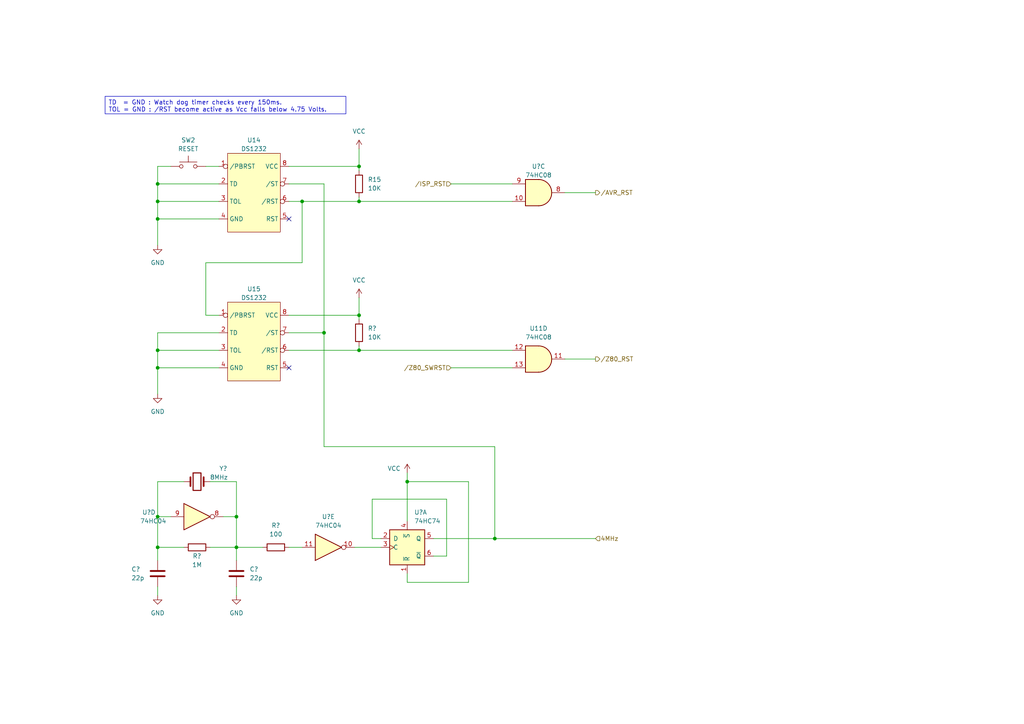
<source format=kicad_sch>
(kicad_sch (version 20230121) (generator eeschema)
  (paper "A4")
  (title_block (title "Reset & Clock") (date "2023-08-27") (company "By 46nori"))
  (lib_symbols
    (symbol "46nori_Library:DS1232"
      (property "Reference" "U" (at 0 2.54 0))
      (property "Value" "DS1232" (at 0 0 0))
      (symbol "DS1232_1_1"
        (rectangle (start -7.62 -2.54) (end 7.62 -25.4) (fill (type background)))
        (pin input inverted (at -10.16 -6.35 0) (length 2.54) (name "/PBRST") (number "1"))
        (pin input line (at -10.16 -11.43 0) (length 2.54) (name "TD") (number "2"))
        (pin input line (at -10.16 -16.51 0) (length 2.54) (name "TOL") (number "3"))
        (pin power_in line (at -10.16 -21.59 0) (length 2.54) (name "GND") (number "4"))
        (pin output line (at 10.16 -21.59 180) (length 2.54) (name "RST") (number "5"))
        (pin output inverted (at 10.16 -16.51 180) (length 2.54) (name "/RST") (number "6"))
        (pin input inverted (at 10.16 -11.43 180) (length 2.54) (name "/ST") (number "7"))
        (pin power_in line (at 10.16 -6.35 180) (length 2.54) (name "VCC") (number "8"))
      )
    )
    (symbol "74xx:74HC04"
      (property "Reference" "U" (at 0 1.27 0))
      (property "Value" "74HC04" (at 0 -1.27 0))
      (symbol "74HC04_1_0"
        (polyline (pts (xy -3.81 3.81) (xy -3.81 -3.81) (xy 3.81 0) (xy -3.81 3.81)) (stroke (width 0.254)) (fill (type background)))
        (pin input line (at -7.62 0 0) (length 3.81) (name "~") (number "1"))
        (pin output inverted (at 7.62 0 180) (length 3.81) (name "~") (number "2"))
      )
      (symbol "74HC04_2_0"
        (polyline (pts (xy -3.81 3.81) (xy -3.81 -3.81) (xy 3.81 0) (xy -3.81 3.81)) (stroke (width 0.254)) (fill (type background)))
        (pin input line (at -7.62 0 0) (length 3.81) (name "~") (number "3"))
        (pin output inverted (at 7.62 0 180) (length 3.81) (name "~") (number "4"))
      )
      (symbol "74HC04_3_0"
        (polyline (pts (xy -3.81 3.81) (xy -3.81 -3.81) (xy 3.81 0) (xy -3.81 3.81)) (stroke (width 0.254)) (fill (type background)))
        (pin input line (at -7.62 0 0) (length 3.81) (name "~") (number "5"))
        (pin output inverted (at 7.62 0 180) (length 3.81) (name "~") (number "6"))
      )
      (symbol "74HC04_4_0"
        (polyline (pts (xy -3.81 3.81) (xy -3.81 -3.81) (xy 3.81 0) (xy -3.81 3.81)) (stroke (width 0.254)) (fill (type background)))
        (pin output inverted (at 7.62 0 180) (length 3.81) (name "~") (number "8"))
        (pin input line (at -7.62 0 0) (length 3.81) (name "~") (number "9"))
      )
      (symbol "74HC04_5_0"
        (polyline (pts (xy -3.81 3.81) (xy -3.81 -3.81) (xy 3.81 0) (xy -3.81 3.81)) (stroke (width 0.254)) (fill (type background)))
        (pin output inverted (at 7.62 0 180) (length 3.81) (name "~") (number "10"))
        (pin input line (at -7.62 0 0) (length 3.81) (name "~") (number "11"))
      )
      (symbol "74HC04_6_0"
        (polyline (pts (xy -3.81 3.81) (xy -3.81 -3.81) (xy 3.81 0) (xy -3.81 3.81)) (stroke (width 0.254)) (fill (type background)))
        (pin output inverted (at 7.62 0 180) (length 3.81) (name "~") (number "12"))
        (pin input line (at -7.62 0 0) (length 3.81) (name "~") (number "13"))
      )
      (symbol "74HC04_7_0"
        (pin power_in line (at 0 12.7 270) (length 5.08) (name "VCC") (number "14"))
        (pin power_in line (at 0 -12.7 90) (length 5.08) (name "GND") (number "7"))
      )
      (symbol "74HC04_7_1"
        (rectangle (start -5.08 7.62) (end 5.08 -7.62) (stroke (width 0.254)) (fill (type background)))
      )
    )
    (symbol "74xx:74HC74" (pin_names (offset 1.016))
      (property "Reference" "U" (at -7.62 8.89 0))
      (property "Value" "74HC74" (at -7.62 -8.89 0))
      (symbol "74HC74_1_0"
        (pin input line (at 0 -7.62 90) (length 2.54) (name "~{R}") (number "1"))
        (pin input line (at -7.62 2.54 0) (length 2.54) (name "D") (number "2"))
        (pin input clock (at -7.62 0 0) (length 2.54) (name "C") (number "3"))
        (pin input line (at 0 7.62 270) (length 2.54) (name "~{S}") (number "4"))
        (pin output line (at 7.62 2.54 180) (length 2.54) (name "Q") (number "5"))
        (pin output line (at 7.62 -2.54 180) (length 2.54) (name "~{Q}") (number "6"))
      )
      (symbol "74HC74_1_1"
        (rectangle (start -5.08 5.08) (end 5.08 -5.08) (stroke (width 0.254)) (fill (type background)))
      )
      (symbol "74HC74_2_0"
        (pin input line (at 0 7.62 270) (length 2.54) (name "~{S}") (number "10"))
        (pin input clock (at -7.62 0 0) (length 2.54) (name "C") (number "11"))
        (pin input line (at -7.62 2.54 0) (length 2.54) (name "D") (number "12"))
        (pin input line (at 0 -7.62 90) (length 2.54) (name "~{R}") (number "13"))
        (pin output line (at 7.62 -2.54 180) (length 2.54) (name "~{Q}") (number "8"))
        (pin output line (at 7.62 2.54 180) (length 2.54) (name "Q") (number "9"))
      )
      (symbol "74HC74_2_1"
        (rectangle (start -5.08 5.08) (end 5.08 -5.08) (stroke (width 0.254)) (fill (type background)))
      )
      (symbol "74HC74_3_0"
        (pin power_in line (at 0 10.16 270) (length 2.54) (name "VCC") (number "14"))
        (pin power_in line (at 0 -10.16 90) (length 2.54) (name "GND") (number "7"))
      )
      (symbol "74HC74_3_1"
        (rectangle (start -5.08 7.62) (end 5.08 -7.62) (stroke (width 0.254)) (fill (type background)))
      )
    )
    (symbol "74xx:74LS08" (pin_names (offset 1.016))
      (property "Reference" "U" (at 0 1.27 0))
      (property "Value" "74LS08" (at 0 -1.27 0))
      (symbol "74LS08_1_1"
        (arc (start 0 -3.81) (mid 3.7934 0) (end 0 3.81) (stroke (width 0.254)) (fill (type background)))
        (polyline (pts (xy 0 3.81) (xy -3.81 3.81) (xy -3.81 -3.81) (xy 0 -3.81)) (stroke (width 0.254)) (fill (type background)))
        (pin input line (at -7.62 2.54 0) (length 3.81) (name "~") (number "1"))
        (pin input line (at -7.62 -2.54 0) (length 3.81) (name "~") (number "2"))
        (pin output line (at 7.62 0 180) (length 3.81) (name "~") (number "3"))
      )
      (symbol "74LS08_1_2"
        (arc (start -3.81 -3.81) (mid -2.589 0) (end -3.81 3.81) (stroke (width 0.254)))
        (arc (start -0.6096 -3.81) (mid 2.1842 -2.5851) (end 3.81 0) (stroke (width 0.254)) (fill (type background)))
        (polyline (pts (xy -3.81 -3.81) (xy -0.635 -3.81)) (stroke (width 0.254)) (fill (type background)))
        (polyline (pts (xy -3.81 3.81) (xy -0.635 3.81)) (stroke (width 0.254)) (fill (type background)))
        (polyline (pts (xy -0.635 3.81) (xy -3.81 3.81) (xy -3.81 3.81) (xy -3.556 3.4036) (xy -3.0226 2.2606) (xy -2.6924 1.0414) (xy -2.6162 -0.254) (xy -2.7686 -1.4986) (xy -3.175 -2.7178) (xy -3.81 -3.81) (xy -3.81 -3.81) (xy -0.635 -3.81)) (stroke (width -25.4)) (fill (type background)))
        (arc (start 3.81 0) (mid 2.1915 2.5936) (end -0.6096 3.81) (stroke (width 0.254)) (fill (type background)))
        (pin input inverted (at -7.62 2.54 0) (length 4.318) (name "~") (number "1"))
        (pin input inverted (at -7.62 -2.54 0) (length 4.318) (name "~") (number "2"))
        (pin output inverted (at 7.62 0 180) (length 3.81) (name "~") (number "3"))
      )
      (symbol "74LS08_2_1"
        (arc (start 0 -3.81) (mid 3.7934 0) (end 0 3.81) (stroke (width 0.254)) (fill (type background)))
        (polyline (pts (xy 0 3.81) (xy -3.81 3.81) (xy -3.81 -3.81) (xy 0 -3.81)) (stroke (width 0.254)) (fill (type background)))
        (pin input line (at -7.62 2.54 0) (length 3.81) (name "~") (number "4"))
        (pin input line (at -7.62 -2.54 0) (length 3.81) (name "~") (number "5"))
        (pin output line (at 7.62 0 180) (length 3.81) (name "~") (number "6"))
      )
      (symbol "74LS08_2_2"
        (arc (start -3.81 -3.81) (mid -2.589 0) (end -3.81 3.81) (stroke (width 0.254)))
        (arc (start -0.6096 -3.81) (mid 2.1842 -2.5851) (end 3.81 0) (stroke (width 0.254)) (fill (type background)))
        (polyline (pts (xy -3.81 -3.81) (xy -0.635 -3.81)) (stroke (width 0.254)) (fill (type background)))
        (polyline (pts (xy -3.81 3.81) (xy -0.635 3.81)) (stroke (width 0.254)) (fill (type background)))
        (polyline (pts (xy -0.635 3.81) (xy -3.81 3.81) (xy -3.81 3.81) (xy -3.556 3.4036) (xy -3.0226 2.2606) (xy -2.6924 1.0414) (xy -2.6162 -0.254) (xy -2.7686 -1.4986) (xy -3.175 -2.7178) (xy -3.81 -3.81) (xy -3.81 -3.81) (xy -0.635 -3.81)) (stroke (width -25.4)) (fill (type background)))
        (arc (start 3.81 0) (mid 2.1915 2.5936) (end -0.6096 3.81) (stroke (width 0.254)) (fill (type background)))
        (pin input inverted (at -7.62 2.54 0) (length 4.318) (name "~") (number "4"))
        (pin input inverted (at -7.62 -2.54 0) (length 4.318) (name "~") (number "5"))
        (pin output inverted (at 7.62 0 180) (length 3.81) (name "~") (number "6"))
      )
      (symbol "74LS08_3_1"
        (arc (start 0 -3.81) (mid 3.7934 0) (end 0 3.81) (stroke (width 0.254)) (fill (type background)))
        (polyline (pts (xy 0 3.81) (xy -3.81 3.81) (xy -3.81 -3.81) (xy 0 -3.81)) (stroke (width 0.254)) (fill (type background)))
        (pin input line (at -7.62 -2.54 0) (length 3.81) (name "~") (number "10"))
        (pin output line (at 7.62 0 180) (length 3.81) (name "~") (number "8"))
        (pin input line (at -7.62 2.54 0) (length 3.81) (name "~") (number "9"))
      )
      (symbol "74LS08_3_2"
        (arc (start -3.81 -3.81) (mid -2.589 0) (end -3.81 3.81) (stroke (width 0.254)))
        (arc (start -0.6096 -3.81) (mid 2.1842 -2.5851) (end 3.81 0) (stroke (width 0.254)) (fill (type background)))
        (polyline (pts (xy -3.81 -3.81) (xy -0.635 -3.81)) (stroke (width 0.254)) (fill (type background)))
        (polyline (pts (xy -3.81 3.81) (xy -0.635 3.81)) (stroke (width 0.254)) (fill (type background)))
        (polyline (pts (xy -0.635 3.81) (xy -3.81 3.81) (xy -3.81 3.81) (xy -3.556 3.4036) (xy -3.0226 2.2606) (xy -2.6924 1.0414) (xy -2.6162 -0.254) (xy -2.7686 -1.4986) (xy -3.175 -2.7178) (xy -3.81 -3.81) (xy -3.81 -3.81) (xy -0.635 -3.81)) (stroke (width -25.4)) (fill (type background)))
        (arc (start 3.81 0) (mid 2.1915 2.5936) (end -0.6096 3.81) (stroke (width 0.254)) (fill (type background)))
        (pin input inverted (at -7.62 -2.54 0) (length 4.318) (name "~") (number "10"))
        (pin output inverted (at 7.62 0 180) (length 3.81) (name "~") (number "8"))
        (pin input inverted (at -7.62 2.54 0) (length 4.318) (name "~") (number "9"))
      )
      (symbol "74LS08_4_1"
        (arc (start 0 -3.81) (mid 3.7934 0) (end 0 3.81) (stroke (width 0.254)) (fill (type background)))
        (polyline (pts (xy 0 3.81) (xy -3.81 3.81) (xy -3.81 -3.81) (xy 0 -3.81)) (stroke (width 0.254)) (fill (type background)))
        (pin output line (at 7.62 0 180) (length 3.81) (name "~") (number "11"))
        (pin input line (at -7.62 2.54 0) (length 3.81) (name "~") (number "12"))
        (pin input line (at -7.62 -2.54 0) (length 3.81) (name "~") (number "13"))
      )
      (symbol "74LS08_4_2"
        (arc (start -3.81 -3.81) (mid -2.589 0) (end -3.81 3.81) (stroke (width 0.254)))
        (arc (start -0.6096 -3.81) (mid 2.1842 -2.5851) (end 3.81 0) (stroke (width 0.254)) (fill (type background)))
        (polyline (pts (xy -3.81 -3.81) (xy -0.635 -3.81)) (stroke (width 0.254)) (fill (type background)))
        (polyline (pts (xy -3.81 3.81) (xy -0.635 3.81)) (stroke (width 0.254)) (fill (type background)))
        (polyline (pts (xy -0.635 3.81) (xy -3.81 3.81) (xy -3.81 3.81) (xy -3.556 3.4036) (xy -3.0226 2.2606) (xy -2.6924 1.0414) (xy -2.6162 -0.254) (xy -2.7686 -1.4986) (xy -3.175 -2.7178) (xy -3.81 -3.81) (xy -3.81 -3.81) (xy -0.635 -3.81)) (stroke (width -25.4)) (fill (type background)))
        (arc (start 3.81 0) (mid 2.1915 2.5936) (end -0.6096 3.81) (stroke (width 0.254)) (fill (type background)))
        (pin output inverted (at 7.62 0 180) (length 3.81) (name "~") (number "11"))
        (pin input inverted (at -7.62 2.54 0) (length 4.318) (name "~") (number "12"))
        (pin input inverted (at -7.62 -2.54 0) (length 4.318) (name "~") (number "13"))
      )
      (symbol "74LS08_5_0"
        (pin power_in line (at 0 12.7 270) (length 5.08) (name "VCC") (number "14"))
        (pin power_in line (at 0 -12.7 90) (length 5.08) (name "GND") (number "7"))
      )
      (symbol "74LS08_5_1"
        (rectangle (start -5.08 7.62) (end 5.08 -7.62) (stroke (width 0.254)) (fill (type background)))
      )
    )
    (symbol "Device:C" (pin_numbers hide) (pin_names (offset 0.254))
      (property "Reference" "C" (at 0.635 2.54 0))
      (property "Value" "C" (at 0.635 -2.54 0))
      (symbol "C_0_1"
        (polyline (pts (xy -2.032 -0.762) (xy 2.032 -0.762)) (stroke (width 0.508)))
        (polyline (pts (xy -2.032 0.762) (xy 2.032 0.762)) (stroke (width 0.508)))
      )
      (symbol "C_1_1"
        (pin passive line (at 0 3.81 270) (length 2.794) (name "~") (number "1"))
        (pin passive line (at 0 -3.81 90) (length 2.794) (name "~") (number "2"))
      )
    )
    (symbol "Device:Crystal" (pin_numbers hide) (pin_names (offset 1.016) hide)
      (property "Reference" "Y" (at 0 3.81 0))
      (property "Value" "Crystal" (at 0 -3.81 0))
      (symbol "Crystal_0_1"
        (rectangle (start -1.143 2.54) (end 1.143 -2.54) (stroke (width 0.3048)))
        (polyline (pts (xy -2.54 0) (xy -1.905 0)))
        (polyline (pts (xy -1.905 -1.27) (xy -1.905 1.27)) (stroke (width 0.508)))
        (polyline (pts (xy 1.905 -1.27) (xy 1.905 1.27)) (stroke (width 0.508)))
        (polyline (pts (xy 2.54 0) (xy 1.905 0)))
      )
      (symbol "Crystal_1_1"
        (pin passive line (at -3.81 0 0) (length 1.27) (name "1") (number "1"))
        (pin passive line (at 3.81 0 180) (length 1.27) (name "2") (number "2"))
      )
    )
    (symbol "Device:R" (pin_numbers hide) (pin_names (offset 0))
      (property "Reference" "R" (at 2.032 0 90))
      (property "Value" "R" (at 0 0 90))
      (symbol "R_0_1"
        (rectangle (start -1.016 -2.54) (end 1.016 2.54) (stroke (width 0.254)))
      )
      (symbol "R_1_1"
        (pin passive line (at 0 3.81 270) (length 1.27) (name "~") (number "1"))
        (pin passive line (at 0 -3.81 90) (length 1.27) (name "~") (number "2"))
      )
    )
    (symbol "Switch:SW_Push" (pin_numbers hide) (pin_names (offset 1.016) hide)
      (property "Reference" "SW" (at 1.27 2.54 0))
      (property "Value" "SW_Push" (at 0 -1.524 0))
      (symbol "SW_Push_0_1"
        (circle (center -2.032 0) (radius 0.508))
        (polyline (pts (xy 0 1.27) (xy 0 3.048)))
        (polyline (pts (xy 2.54 1.27) (xy -2.54 1.27)))
        (circle (center 2.032 0) (radius 0.508))
        (pin passive line (at -5.08 0 0) (length 2.54) (name "1") (number "1"))
        (pin passive line (at 5.08 0 180) (length 2.54) (name "2") (number "2"))
      )
    )
    (symbol "power:GND" (power) (pin_names (offset 0))
      (property "Value" "GND" (at 0 -3.81 0))
      (symbol "GND_0_1"
        (polyline (pts (xy 0 0) (xy 0 -1.27) (xy 1.27 -1.27) (xy 0 -2.54) (xy -1.27 -1.27) (xy 0 -1.27)))
      )
      (symbol "GND_1_1"
        (pin power_in line (at 0 0 270) (length 0) hide (name "GND") (number "1"))
      )
    )
    (symbol "power:VCC" (power) (pin_names (offset 0))
      (property "Value" "VCC" (at 0 3.81 0))
      (symbol "VCC_0_1"
        (polyline (pts (xy -0.762 1.27) (xy 0 2.54)))
        (polyline (pts (xy 0 0) (xy 0 2.54)))
        (polyline (pts (xy 0 2.54) (xy 0.762 1.27)))
      )
      (symbol "VCC_1_1"
        (pin power_in line (at 0 0 90) (length 0) hide (name "VCC") (number "1"))
      )
    )
  )
  (junction (at 104.14 91.44))
  (junction (at 93.98 96.52))
  (junction (at 68.58 158.75))
  (junction (at 68.58 149.86))
  (junction (at 45.72 158.75))
  (junction (at 104.14 48.26))
  (junction (at 87.63 58.42))
  (junction (at 143.51 156.21))
  (junction (at 104.14 58.42))
  (junction (at 45.72 53.34))
  (junction (at 45.72 149.86))
  (junction (at 45.72 106.68))
  (junction (at 45.72 63.5))
  (junction (at 45.72 101.6))
  (junction (at 45.72 58.42))
  (junction (at 118.11 139.7))
  (junction (at 104.14 101.6))
  (no_connect (at 83.82 63.5))
  (no_connect (at 83.82 106.68))
  (wire (pts (xy 83.82 91.44) (xy 104.14 91.44)))
  (wire (pts (xy 45.72 96.52) (xy 45.72 101.6)))
  (wire (pts (xy 68.58 149.86) (xy 68.58 158.75)))
  (wire (pts (xy 45.72 58.42) (xy 45.72 63.5)))
  (wire (pts (xy 83.82 96.52) (xy 93.98 96.52)))
  (wire (pts (xy 118.11 139.7) (xy 135.89 139.7)))
  (wire (pts (xy 83.82 101.6) (xy 104.14 101.6)))
  (wire (pts (xy 45.72 96.52) (xy 63.5 96.52)))
  (wire (pts (xy 45.72 106.68) (xy 45.72 114.3)))
  (wire (pts (xy 110.49 156.21) (xy 107.95 156.21)))
  (wire (pts (xy 102.87 158.75) (xy 110.49 158.75)))
  (wire (pts (xy 104.14 91.44) (xy 104.14 92.71)))
  (wire (pts (xy 59.69 91.44) (xy 59.69 76.2)))
  (wire (pts (xy 45.72 53.34) (xy 63.5 53.34)))
  (wire (pts (xy 104.14 58.42) (xy 148.59 58.42)))
  (wire (pts (xy 104.14 101.6) (xy 148.59 101.6)))
  (wire (pts (xy 83.82 58.42) (xy 87.63 58.42)))
  (wire (pts (xy 87.63 58.42) (xy 104.14 58.42)))
  (wire (pts (xy 143.51 156.21) (xy 172.72 156.21)))
  (wire (pts (xy 118.11 137.16) (xy 118.11 139.7)))
  (wire (pts (xy 135.89 139.7) (xy 135.89 168.91)))
  (wire (pts (xy 45.72 48.26) (xy 45.72 53.34)))
  (wire (pts (xy 93.98 96.52) (xy 93.98 129.54)))
  (wire (pts (xy 87.63 158.75) (xy 83.82 158.75)))
  (wire (pts (xy 143.51 129.54) (xy 143.51 156.21)))
  (wire (pts (xy 45.72 106.68) (xy 63.5 106.68)))
  (wire (pts (xy 68.58 172.72) (xy 68.58 170.18)))
  (wire (pts (xy 104.14 100.33) (xy 104.14 101.6)))
  (wire (pts (xy 45.72 63.5) (xy 45.72 71.12)))
  (wire (pts (xy 45.72 149.86) (xy 45.72 158.75)))
  (wire (pts (xy 93.98 129.54) (xy 143.51 129.54)))
  (wire (pts (xy 68.58 158.75) (xy 76.2 158.75)))
  (wire (pts (xy 104.14 58.42) (xy 104.14 57.15)))
  (wire (pts (xy 163.83 104.14) (xy 172.72 104.14)))
  (wire (pts (xy 45.72 48.26) (xy 49.53 48.26)))
  (wire (pts (xy 83.82 48.26) (xy 104.14 48.26)))
  (wire (pts (xy 64.77 149.86) (xy 68.58 149.86)))
  (wire (pts (xy 45.72 158.75) (xy 53.34 158.75)))
  (wire (pts (xy 104.14 49.53) (xy 104.14 48.26)))
  (wire (pts (xy 59.69 48.26) (xy 63.5 48.26)))
  (wire (pts (xy 60.96 139.7) (xy 68.58 139.7)))
  (wire (pts (xy 45.72 162.56) (xy 45.72 158.75)))
  (wire (pts (xy 163.83 55.88) (xy 172.72 55.88)))
  (wire (pts (xy 68.58 139.7) (xy 68.58 149.86)))
  (wire (pts (xy 129.54 161.29) (xy 125.73 161.29)))
  (wire (pts (xy 125.73 156.21) (xy 143.51 156.21)))
  (wire (pts (xy 45.72 139.7) (xy 45.72 149.86)))
  (wire (pts (xy 59.69 91.44) (xy 63.5 91.44)))
  (wire (pts (xy 107.95 156.21) (xy 107.95 144.78)))
  (wire (pts (xy 45.72 172.72) (xy 45.72 170.18)))
  (wire (pts (xy 83.82 53.34) (xy 93.98 53.34)))
  (wire (pts (xy 45.72 53.34) (xy 45.72 58.42)))
  (wire (pts (xy 118.11 139.7) (xy 118.11 151.13)))
  (wire (pts (xy 45.72 106.68) (xy 45.72 101.6)))
  (wire (pts (xy 59.69 76.2) (xy 87.63 76.2)))
  (wire (pts (xy 68.58 158.75) (xy 68.58 162.56)))
  (wire (pts (xy 130.81 53.34) (xy 148.59 53.34)))
  (wire (pts (xy 45.72 139.7) (xy 53.34 139.7)))
  (wire (pts (xy 104.14 86.36) (xy 104.14 91.44)))
  (wire (pts (xy 104.14 43.18) (xy 104.14 48.26)))
  (wire (pts (xy 45.72 58.42) (xy 63.5 58.42)))
  (wire (pts (xy 45.72 63.5) (xy 63.5 63.5)))
  (wire (pts (xy 129.54 144.78) (xy 129.54 161.29)))
  (wire (pts (xy 130.81 106.68) (xy 148.59 106.68)))
  (wire (pts (xy 118.11 168.91) (xy 118.11 166.37)))
  (wire (pts (xy 49.53 149.86) (xy 45.72 149.86)))
  (wire (pts (xy 87.63 76.2) (xy 87.63 58.42)))
  (wire (pts (xy 93.98 53.34) (xy 93.98 96.52)))
  (wire (pts (xy 135.89 168.91) (xy 118.11 168.91)))
  (wire (pts (xy 60.96 158.75) (xy 68.58 158.75)))
  (wire (pts (xy 45.72 101.6) (xy 63.5 101.6)))
  (wire (pts (xy 129.54 144.78) (xy 107.95 144.78)))
  (text_box "TD  = GND : Watch dog timer checks every 150ms.\nTOL = GND : /RST become active as Vcc falls below 4.75 Volts.\n" (at 30.48 27.94 0) (size 69.85 5.08) (effects (font (size 1.27 1.27)) (justify left top)))
  (hierarchical_label "{slash}AVR_RST" (shape output) (at 172.72 55.88 0))
  (hierarchical_label "4MHz" (shape input) (at 172.72 156.21 0))
  (hierarchical_label "{slash}ISP_RST" (shape input) (at 130.81 53.34 180))
  (hierarchical_label "{slash}Z80_SWRST" (shape input) (at 130.81 106.68 180))
  (hierarchical_label "{slash}Z80_RST" (shape output) (at 172.72 104.14 0))
  (symbol (lib_id "power:GND") (at 45.72 114.3 0) (unit 1)
    (property "Reference" "#PWR066" (effects hide))
    (property "Value" "GND" (at 45.72 119.38 0))
  )
  (symbol (lib_id "power:VCC") (at 118.11 137.16 0) (unit 1)
    (property "Reference" "#PWR?" (effects hide))
    (property "Value" "VCC" (at 114.3 135.89 0))
    (instances (project "Z80ATmega128" (path "" (reference "#PWR?") (unit 1)) (path "" (reference "#PWR067") (unit 1))))
  )
  (symbol (lib_id "Device:Crystal") (at 57.15 139.7 0) (mirror y) (unit 1)
    (property "Reference" "Y?" (at 64.77 135.89 0))
    (property "Value" "8MHz" (at 63.5 138.43 0))
    (property "Footprint" "Crystal:Crystal_HC18-U_Vertical" (effects hide))
    (instances (project "Z80ATmega128" (path "" (reference "Y?") (unit 1)) (path "" (reference "Y2") (unit 1))))
  )
  (symbol (lib_id "Device:C") (at 45.72 166.37 0) (unit 1)
    (property "Reference" "C?" (at 38.1 165.1 0) (effects (justify left)))
    (property "Value" "22p" (at 38.1 167.64 0) (effects (justify left)))
    (property "Footprint" "Capacitor_THT:C_Disc_D3.8mm_W2.6mm_P2.50mm" (effects hide))
    (instances (project "Z80ATmega128" (path "" (reference "C?") (unit 1)) (path "" (reference "C20") (unit 1))))
  )
  (symbol (lib_id "Device:R") (at 104.14 96.52 0) (unit 1)
    (property "Reference" "R?" (at 106.68 95.2499 0) (effects (justify left)))
    (property "Value" "10K" (at 106.68 97.7899 0) (effects (justify left)))
    (property "Footprint" "Resistor_THT:R_Axial_DIN0204_L3.6mm_D1.6mm_P7.62mm_Horizontal" (effects hide))
    (instances (project "Z80ATmega128" (path "" (reference "R?") (unit 1)) (path "" (reference "R16") (unit 1))))
  )
  (symbol (lib_id "power:GND") (at 45.72 71.12 0) (unit 1)
    (property "Reference" "#PWR064" (effects hide))
    (property "Value" "GND" (at 45.72 76.2 0))
  )
  (symbol (lib_id "74xx:74LS08") (at 156.21 55.88 0) (unit 3)
    (property "Reference" "U?" (at 156.2017 48.26 0))
    (property "Value" "74HC08" (at 156.2017 50.8 0))
    (property "Footprint" "Package_DIP:DIP-14_W7.62mm_Socket" (effects hide))
    (property "Datasheet" "http://www.ti.com/lit/gpn/sn74HC08" (effects hide))
    (instances (project "Z80ATmega128" (path "" (reference "U?") (unit 3)) (path "" (reference "U11") (unit 3))))
  )
  (symbol (lib_id "power:VCC") (at 104.14 86.36 0) (unit 1)
    (property "Reference" "#PWR?" (effects hide))
    (property "Value" "VCC" (at 104.14 81.28 0))
    (instances (project "Z80ATmega128" (path "" (reference "#PWR?") (unit 1)) (path "" (reference "#PWR065") (unit 1))))
  )
  (symbol (lib_id "46nori_Library:DS1232") (at 73.66 85.09 0) (unit 1)
    (property "Reference" "U15" (at 73.66 83.82 0))
    (property "Value" "DS1232" (at 73.66 86.36 0))
    (property "Footprint" "Package_DIP:DIP-8_W7.62mm_Socket" (effects hide))
    (property "Datasheet" "https://akizukidenshi.com/download/ds/htc/ds1232.pdf" (effects hide))
  )
  (symbol (lib_id "Device:R") (at 57.15 158.75 270) (unit 1)
    (property "Reference" "R?" (at 57.15 161.29 90))
    (property "Value" "1M" (at 57.15 163.83 90))
    (property "Footprint" "Resistor_THT:R_Axial_DIN0204_L3.6mm_D1.6mm_P7.62mm_Horizontal" (effects hide))
    (instances (project "Z80ATmega128" (path "" (reference "R?") (unit 1)) (path "" (reference "R17") (unit 1))))
  )
  (symbol (lib_id "Device:R") (at 104.14 53.34 0) (unit 1)
    (property "Reference" "R15" (at 106.68 52.0699 0) (effects (justify left)))
    (property "Value" "10K" (at 106.68 54.6099 0) (effects (justify left)))
    (property "Footprint" "Resistor_THT:R_Axial_DIN0204_L3.6mm_D1.6mm_P7.62mm_Horizontal" (effects hide))
  )
  (symbol (lib_id "74xx:74HC04") (at 57.15 149.86 0) (unit 4)
    (property "Reference" "U?" (at 43.18 148.59 0))
    (property "Value" "74HC04" (at 44.45 151.13 0))
    (property "Footprint" "Package_DIP:DIP-14_W7.62mm_Socket" (effects hide))
    (property "Datasheet" "https://assets.nexperia.com/documents/data-sheet/74HC_HCT04.pdf" (effects hide))
    (instances (project "Z80ATmega128" (path "" (reference "U?") (unit 4)) (path "" (reference "U4") (unit 4))))
  )
  (symbol (lib_id "Device:C") (at 68.58 166.37 0) (mirror x) (unit 1)
    (property "Reference" "C?" (at 72.39 165.1 0) (effects (justify left)))
    (property "Value" "22p" (at 72.39 167.64 0) (effects (justify left)))
    (property "Footprint" "Capacitor_THT:C_Disc_D3.8mm_W2.6mm_P2.50mm" (effects hide))
    (instances (project "Z80ATmega128" (path "" (reference "C?") (unit 1)) (path "" (reference "C21") (unit 1))))
  )
  (symbol (lib_id "74xx:74HC74") (at 118.11 158.75 0) (unit 1)
    (property "Reference" "U?" (at 120.1294 148.59 0) (effects (justify left)))
    (property "Value" "74HC74" (at 120.1294 151.13 0) (effects (justify left)))
    (property "Footprint" "Package_DIP:DIP-14_W7.62mm_Socket" (effects hide))
    (property "Datasheet" "74xx/74hc_hct74.pdf" (effects hide))
    (instances (project "Z80ATmega128" (path "" (reference "U?") (unit 1)) (path "" (reference "U12") (unit 1))))
  )
  (symbol (lib_id "74xx:74HC04") (at 95.25 158.75 0) (mirror x) (unit 5)
    (property "Reference" "U?" (at 95.25 149.86 0))
    (property "Value" "74HC04" (at 95.25 152.4 0))
    (property "Footprint" "Package_DIP:DIP-14_W7.62mm_Socket" (effects hide))
    (property "Datasheet" "https://assets.nexperia.com/documents/data-sheet/74HC_HCT04.pdf" (effects hide))
    (instances (project "Z80ATmega128" (path "" (reference "U?") (unit 5)) (path "" (reference "U4") (unit 5))))
  )
  (symbol (lib_id "74xx:74LS08") (at 156.21 104.14 0) (unit 4)
    (property "Reference" "U11" (at 156.21 95.25 0))
    (property "Value" "74HC08" (at 156.21 97.79 0))
    (property "Footprint" "Package_DIP:DIP-14_W7.62mm_Socket" (effects hide))
    (property "Datasheet" "http://www.ti.com/lit/gpn/sn74LS08" (effects hide))
  )
  (symbol (lib_id "power:VCC") (at 104.14 43.18 0) (unit 1)
    (property "Reference" "#PWR063" (effects hide))
    (property "Value" "VCC" (at 104.14 38.1 0))
  )
  (symbol (lib_id "power:GND") (at 45.72 172.72 0) (unit 1)
    (property "Reference" "#PWR?" (effects hide))
    (property "Value" "GND" (at 45.72 177.8 0))
    (instances (project "Z80ATmega128" (path "" (reference "#PWR?") (unit 1)) (path "" (reference "#PWR068") (unit 1))))
  )
  (symbol (lib_id "Switch:SW_Push") (at 54.61 48.26 0) (unit 1)
    (property "Reference" "SW2" (at 54.61 40.64 0))
    (property "Value" "RESET" (at 54.61 43.18 0))
    (property "Footprint" "Button_Switch_THT:SW_PUSH_6mm_H7.3mm" (effects hide))
  )
  (symbol (lib_id "46nori_Library:DS1232") (at 73.66 41.91 0) (unit 1)
    (property "Reference" "U14" (at 73.66 40.64 0))
    (property "Value" "DS1232" (at 73.66 43.18 0))
    (property "Footprint" "Package_DIP:DIP-8_W7.62mm_Socket" (effects hide))
    (property "Datasheet" "https://akizukidenshi.com/download/ds/htc/ds1232.pdf" (effects hide))
  )
  (symbol (lib_id "power:GND") (at 68.58 172.72 0) (unit 1)
    (property "Reference" "#PWR?" (effects hide))
    (property "Value" "GND" (at 68.58 177.8 0))
    (instances (project "Z80ATmega128" (path "" (reference "#PWR?") (unit 1)) (path "" (reference "#PWR069") (unit 1))))
  )
  (symbol (lib_id "Device:R") (at 80.01 158.75 90) (unit 1)
    (property "Reference" "R?" (at 80.01 152.4 90))
    (property "Value" "100" (at 80.01 154.94 90))
    (property "Footprint" "Resistor_THT:R_Axial_DIN0204_L3.6mm_D1.6mm_P7.62mm_Horizontal" (effects hide))
    (instances (project "Z80ATmega128" (path "" (reference "R?") (unit 1)) (path "" (reference "R18") (unit 1))))
  )
)
</source>
